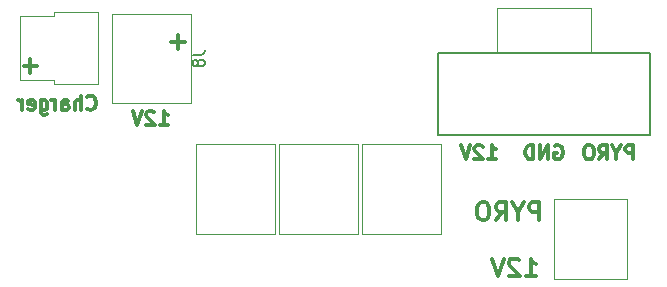
<source format=gbo>
%TF.GenerationSoftware,KiCad,Pcbnew,5.1.5+dfsg1-2build2*%
%TF.CreationDate,2021-12-22T23:08:45+01:00*%
%TF.ProjectId,uHoubolt_PCB_PMU,75486f75-626f-46c7-945f-5043425f504d,rev?*%
%TF.SameCoordinates,PX8583b00PY5f5e100*%
%TF.FileFunction,Legend,Bot*%
%TF.FilePolarity,Positive*%
%FSLAX46Y46*%
G04 Gerber Fmt 4.6, Leading zero omitted, Abs format (unit mm)*
G04 Created by KiCad (PCBNEW 5.1.5+dfsg1-2build2) date 2021-12-22 23:08:45*
%MOMM*%
%LPD*%
G04 APERTURE LIST*
%ADD10C,0.300000*%
%ADD11C,0.120000*%
%ADD12C,0.150000*%
G04 APERTURE END LIST*
D10*
X17928571Y31571429D02*
X18785714Y31571429D01*
X18357142Y31571429D02*
X18357142Y33071429D01*
X18500000Y32857143D01*
X18642857Y32714286D01*
X18785714Y32642858D01*
X17357142Y32928572D02*
X17285714Y33000000D01*
X17142857Y33071429D01*
X16785714Y33071429D01*
X16642857Y33000000D01*
X16571428Y32928572D01*
X16500000Y32785715D01*
X16500000Y32642858D01*
X16571428Y32428572D01*
X17428571Y31571429D01*
X16500000Y31571429D01*
X16071428Y33071429D02*
X15571428Y31571429D01*
X15071428Y33071429D01*
X19071428Y36321429D02*
X19071428Y37821429D01*
X18500000Y37821429D01*
X18357142Y37750000D01*
X18285714Y37678572D01*
X18214285Y37535715D01*
X18214285Y37321429D01*
X18285714Y37178572D01*
X18357142Y37107143D01*
X18500000Y37035715D01*
X19071428Y37035715D01*
X17285714Y37035715D02*
X17285714Y36321429D01*
X17785714Y37821429D02*
X17285714Y37035715D01*
X16785714Y37821429D01*
X15428571Y36321429D02*
X15928571Y37035715D01*
X16285714Y36321429D02*
X16285714Y37821429D01*
X15714285Y37821429D01*
X15571428Y37750000D01*
X15500000Y37678572D01*
X15428571Y37535715D01*
X15428571Y37321429D01*
X15500000Y37178572D01*
X15571428Y37107143D01*
X15714285Y37035715D01*
X16285714Y37035715D01*
X14500000Y37821429D02*
X14214285Y37821429D01*
X14071428Y37750000D01*
X13928571Y37607143D01*
X13857142Y37321429D01*
X13857142Y36821429D01*
X13928571Y36535715D01*
X14071428Y36392858D01*
X14214285Y36321429D01*
X14500000Y36321429D01*
X14642857Y36392858D01*
X14785714Y36535715D01*
X14857142Y36821429D01*
X14857142Y37321429D01*
X14785714Y37607143D01*
X14642857Y37750000D01*
X14500000Y37821429D01*
X27057142Y41457143D02*
X27057142Y42657143D01*
X26600000Y42657143D01*
X26485714Y42600000D01*
X26428571Y42542858D01*
X26371428Y42428572D01*
X26371428Y42257143D01*
X26428571Y42142858D01*
X26485714Y42085715D01*
X26600000Y42028572D01*
X27057142Y42028572D01*
X25628571Y42028572D02*
X25628571Y41457143D01*
X26028571Y42657143D02*
X25628571Y42028572D01*
X25228571Y42657143D01*
X24142857Y41457143D02*
X24542857Y42028572D01*
X24828571Y41457143D02*
X24828571Y42657143D01*
X24371428Y42657143D01*
X24257142Y42600000D01*
X24200000Y42542858D01*
X24142857Y42428572D01*
X24142857Y42257143D01*
X24200000Y42142858D01*
X24257142Y42085715D01*
X24371428Y42028572D01*
X24828571Y42028572D01*
X23400000Y42657143D02*
X23171428Y42657143D01*
X23057142Y42600000D01*
X22942857Y42485715D01*
X22885714Y42257143D01*
X22885714Y41857143D01*
X22942857Y41628572D01*
X23057142Y41514286D01*
X23171428Y41457143D01*
X23400000Y41457143D01*
X23514285Y41514286D01*
X23628571Y41628572D01*
X23685714Y41857143D01*
X23685714Y42257143D01*
X23628571Y42485715D01*
X23514285Y42600000D01*
X23400000Y42657143D01*
X20414285Y42600000D02*
X20528571Y42657143D01*
X20700000Y42657143D01*
X20871428Y42600000D01*
X20985714Y42485715D01*
X21042857Y42371429D01*
X21100000Y42142858D01*
X21100000Y41971429D01*
X21042857Y41742858D01*
X20985714Y41628572D01*
X20871428Y41514286D01*
X20700000Y41457143D01*
X20585714Y41457143D01*
X20414285Y41514286D01*
X20357142Y41571429D01*
X20357142Y41971429D01*
X20585714Y41971429D01*
X19842857Y41457143D02*
X19842857Y42657143D01*
X19157142Y41457143D01*
X19157142Y42657143D01*
X18585714Y41457143D02*
X18585714Y42657143D01*
X18300000Y42657143D01*
X18128571Y42600000D01*
X18014285Y42485715D01*
X17957142Y42371429D01*
X17900000Y42142858D01*
X17900000Y41971429D01*
X17957142Y41742858D01*
X18014285Y41628572D01*
X18128571Y41514286D01*
X18300000Y41457143D01*
X18585714Y41457143D01*
X14742857Y41457143D02*
X15428571Y41457143D01*
X15085714Y41457143D02*
X15085714Y42657143D01*
X15200000Y42485715D01*
X15314285Y42371429D01*
X15428571Y42314286D01*
X14285714Y42542858D02*
X14228571Y42600000D01*
X14114285Y42657143D01*
X13828571Y42657143D01*
X13714285Y42600000D01*
X13657142Y42542858D01*
X13600000Y42428572D01*
X13600000Y42314286D01*
X13657142Y42142858D01*
X14342857Y41457143D01*
X13600000Y41457143D01*
X13257142Y42657143D02*
X12857142Y41457143D01*
X12457142Y42657143D01*
X-23428572Y49392858D02*
X-24571429Y49392858D01*
X-24000000Y48821429D02*
X-24000000Y49964286D01*
X-10928572Y51392858D02*
X-12071429Y51392858D01*
X-11500000Y50821429D02*
X-11500000Y51964286D01*
X-13057143Y44357143D02*
X-12371429Y44357143D01*
X-12714286Y44357143D02*
X-12714286Y45557143D01*
X-12600000Y45385715D01*
X-12485715Y45271429D01*
X-12371429Y45214286D01*
X-13514286Y45442858D02*
X-13571429Y45500000D01*
X-13685715Y45557143D01*
X-13971429Y45557143D01*
X-14085715Y45500000D01*
X-14142858Y45442858D01*
X-14200000Y45328572D01*
X-14200000Y45214286D01*
X-14142858Y45042858D01*
X-13457143Y44357143D01*
X-14200000Y44357143D01*
X-14542858Y45557143D02*
X-14942858Y44357143D01*
X-15342858Y45557143D01*
X-19185715Y45771429D02*
X-19128572Y45714286D01*
X-18957143Y45657143D01*
X-18842858Y45657143D01*
X-18671429Y45714286D01*
X-18557143Y45828572D01*
X-18500000Y45942858D01*
X-18442858Y46171429D01*
X-18442858Y46342858D01*
X-18500000Y46571429D01*
X-18557143Y46685715D01*
X-18671429Y46800000D01*
X-18842858Y46857143D01*
X-18957143Y46857143D01*
X-19128572Y46800000D01*
X-19185715Y46742858D01*
X-19700000Y45657143D02*
X-19700000Y46857143D01*
X-20214286Y45657143D02*
X-20214286Y46285715D01*
X-20157143Y46400000D01*
X-20042858Y46457143D01*
X-19871429Y46457143D01*
X-19757143Y46400000D01*
X-19700000Y46342858D01*
X-21300000Y45657143D02*
X-21300000Y46285715D01*
X-21242858Y46400000D01*
X-21128572Y46457143D01*
X-20900000Y46457143D01*
X-20785715Y46400000D01*
X-21300000Y45714286D02*
X-21185715Y45657143D01*
X-20900000Y45657143D01*
X-20785715Y45714286D01*
X-20728572Y45828572D01*
X-20728572Y45942858D01*
X-20785715Y46057143D01*
X-20900000Y46114286D01*
X-21185715Y46114286D01*
X-21300000Y46171429D01*
X-21871429Y45657143D02*
X-21871429Y46457143D01*
X-21871429Y46228572D02*
X-21928572Y46342858D01*
X-21985715Y46400000D01*
X-22100000Y46457143D01*
X-22214286Y46457143D01*
X-23128572Y46457143D02*
X-23128572Y45485715D01*
X-23071429Y45371429D01*
X-23014286Y45314286D01*
X-22900000Y45257143D01*
X-22728572Y45257143D01*
X-22614286Y45314286D01*
X-23128572Y45714286D02*
X-23014286Y45657143D01*
X-22785715Y45657143D01*
X-22671429Y45714286D01*
X-22614286Y45771429D01*
X-22557143Y45885715D01*
X-22557143Y46228572D01*
X-22614286Y46342858D01*
X-22671429Y46400000D01*
X-22785715Y46457143D01*
X-23014286Y46457143D01*
X-23128572Y46400000D01*
X-24157143Y45714286D02*
X-24042858Y45657143D01*
X-23814286Y45657143D01*
X-23700000Y45714286D01*
X-23642858Y45828572D01*
X-23642858Y46285715D01*
X-23700000Y46400000D01*
X-23814286Y46457143D01*
X-24042858Y46457143D01*
X-24157143Y46400000D01*
X-24214286Y46285715D01*
X-24214286Y46171429D01*
X-23642858Y46057143D01*
X-24728572Y45657143D02*
X-24728572Y46457143D01*
X-24728572Y46228572D02*
X-24785715Y46342858D01*
X-24842858Y46400000D01*
X-24957143Y46457143D01*
X-25071429Y46457143D01*
D11*
%TO.C,J8*%
X-17100000Y53800000D02*
X-17100000Y46200000D01*
X-10400000Y53800000D02*
X-17100000Y53800000D01*
X-10400000Y46200000D02*
X-10400000Y53800000D01*
X-17100000Y46200000D02*
X-10400000Y46200000D01*
%TO.C,JP1*%
X26500000Y38100000D02*
X20300000Y38100000D01*
X26500000Y31300000D02*
X26500000Y38100000D01*
X20300000Y31300000D02*
X26500000Y31300000D01*
X20300000Y38100000D02*
X20300000Y31300000D01*
%TO.C,J3*%
X15500000Y54300000D02*
X15500000Y50500000D01*
X23500000Y54300000D02*
X15500000Y54300000D01*
X23500000Y50500000D02*
X23500000Y54300000D01*
D12*
X28500000Y43500000D02*
X10500000Y43500000D01*
X10500000Y43500000D02*
X10500000Y50500000D01*
X10500000Y50500000D02*
X28500000Y50500000D01*
X28500000Y50500000D02*
X28500000Y43500000D01*
D11*
%TO.C,J7*%
X-9950000Y42750000D02*
X-9950000Y35150000D01*
X-3250000Y42750000D02*
X-9950000Y42750000D01*
X-3250000Y35150000D02*
X-3250000Y42750000D01*
X-9950000Y35150000D02*
X-3250000Y35150000D01*
%TO.C,J6*%
X-2950000Y42750000D02*
X-2950000Y35150000D01*
X3750000Y42750000D02*
X-2950000Y42750000D01*
X3750000Y35150000D02*
X3750000Y42750000D01*
X-2950000Y35150000D02*
X3750000Y35150000D01*
%TO.C,J4*%
X4050000Y42750000D02*
X4050000Y35150000D01*
X10750000Y42750000D02*
X4050000Y42750000D01*
X10750000Y35150000D02*
X10750000Y42750000D01*
X4050000Y35150000D02*
X10750000Y35150000D01*
%TO.C,J1*%
X-18300000Y50900000D02*
X-18300000Y47820000D01*
X-18300000Y47820000D02*
X-22000000Y47820000D01*
X-22000000Y47820000D02*
X-22000000Y48190000D01*
X-22000000Y48190000D02*
X-24860000Y48190000D01*
X-24860000Y48190000D02*
X-24860000Y50900000D01*
X-18300000Y50900000D02*
X-18300000Y53980000D01*
X-18300000Y53980000D02*
X-22000000Y53980000D01*
X-22000000Y53980000D02*
X-22000000Y53610000D01*
X-22000000Y53610000D02*
X-24860000Y53610000D01*
X-24860000Y53610000D02*
X-24860000Y50900000D01*
%TO.C,J8*%
D12*
X-10247620Y50333334D02*
X-9533334Y50333334D01*
X-9390477Y50380953D01*
X-9295239Y50476191D01*
X-9247620Y50619048D01*
X-9247620Y50714286D01*
X-9819048Y49714286D02*
X-9866667Y49809524D01*
X-9914286Y49857143D01*
X-10009524Y49904762D01*
X-10057143Y49904762D01*
X-10152381Y49857143D01*
X-10200000Y49809524D01*
X-10247620Y49714286D01*
X-10247620Y49523810D01*
X-10200000Y49428572D01*
X-10152381Y49380953D01*
X-10057143Y49333334D01*
X-10009524Y49333334D01*
X-9914286Y49380953D01*
X-9866667Y49428572D01*
X-9819048Y49523810D01*
X-9819048Y49714286D01*
X-9771429Y49809524D01*
X-9723810Y49857143D01*
X-9628572Y49904762D01*
X-9438096Y49904762D01*
X-9342858Y49857143D01*
X-9295239Y49809524D01*
X-9247620Y49714286D01*
X-9247620Y49523810D01*
X-9295239Y49428572D01*
X-9342858Y49380953D01*
X-9438096Y49333334D01*
X-9628572Y49333334D01*
X-9723810Y49380953D01*
X-9771429Y49428572D01*
X-9819048Y49523810D01*
%TD*%
M02*

</source>
